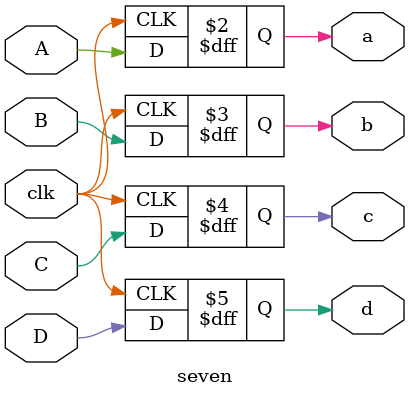
<source format=v>
module seven(

	input wire clk,
	input wire A,
	input wire B,
	input wire C,
	input wire D,
	output reg a,
	output reg b,
	output reg c,
	output reg d,
);

always @(posedge clk) begin
	a<=A;
	b<=B;
	c<=C;
	d<=D;

	end

endmodule
</source>
